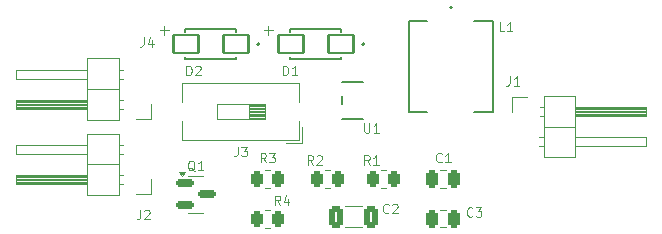
<source format=gbr>
%TF.GenerationSoftware,KiCad,Pcbnew,8.0.6*%
%TF.CreationDate,2024-11-26T14:09:56+01:00*%
%TF.ProjectId,Tiny Solar Supply,54696e79-2053-46f6-9c61-722053757070,rev?*%
%TF.SameCoordinates,Original*%
%TF.FileFunction,Legend,Top*%
%TF.FilePolarity,Positive*%
%FSLAX46Y46*%
G04 Gerber Fmt 4.6, Leading zero omitted, Abs format (unit mm)*
G04 Created by KiCad (PCBNEW 8.0.6) date 2024-11-26 14:09:56*
%MOMM*%
%LPD*%
G01*
G04 APERTURE LIST*
G04 Aperture macros list*
%AMRoundRect*
0 Rectangle with rounded corners*
0 $1 Rounding radius*
0 $2 $3 $4 $5 $6 $7 $8 $9 X,Y pos of 4 corners*
0 Add a 4 corners polygon primitive as box body*
4,1,4,$2,$3,$4,$5,$6,$7,$8,$9,$2,$3,0*
0 Add four circle primitives for the rounded corners*
1,1,$1+$1,$2,$3*
1,1,$1+$1,$4,$5*
1,1,$1+$1,$6,$7*
1,1,$1+$1,$8,$9*
0 Add four rect primitives between the rounded corners*
20,1,$1+$1,$2,$3,$4,$5,0*
20,1,$1+$1,$4,$5,$6,$7,0*
20,1,$1+$1,$6,$7,$8,$9,0*
20,1,$1+$1,$8,$9,$2,$3,0*%
G04 Aperture macros list end*
%ADD10C,0.100000*%
%ADD11C,0.120000*%
%ADD12C,0.152400*%
%ADD13C,0.127000*%
%ADD14C,0.200000*%
%ADD15RoundRect,0.250000X-0.250000X-0.475000X0.250000X-0.475000X0.250000X0.475000X-0.250000X0.475000X0*%
%ADD16RoundRect,0.250000X-0.262500X-0.450000X0.262500X-0.450000X0.262500X0.450000X-0.262500X0.450000X0*%
%ADD17RoundRect,0.250000X0.262500X0.450000X-0.262500X0.450000X-0.262500X-0.450000X0.262500X-0.450000X0*%
%ADD18R,1.700000X1.700000*%
%ADD19O,1.700000X1.700000*%
%ADD20R,3.302000X2.667000*%
%ADD21RoundRect,0.102000X1.060000X0.750000X-1.060000X0.750000X-1.060000X-0.750000X1.060000X-0.750000X0*%
%ADD22RoundRect,0.150000X-0.587500X-0.150000X0.587500X-0.150000X0.587500X0.150000X-0.587500X0.150000X0*%
%ADD23R,1.181100X0.558800*%
%ADD24RoundRect,0.250000X0.250000X0.475000X-0.250000X0.475000X-0.250000X-0.475000X0.250000X-0.475000X0*%
%ADD25RoundRect,0.250000X0.325000X0.650000X-0.325000X0.650000X-0.325000X-0.650000X0.325000X-0.650000X0*%
%ADD26R,2.440000X1.120000*%
G04 APERTURE END LIST*
D10*
X59103884Y-94091466D02*
X59865789Y-94091466D01*
X59484836Y-94472419D02*
X59484836Y-93710514D01*
X50303884Y-94091466D02*
X51065789Y-94091466D01*
X50684836Y-94472419D02*
X50684836Y-93710514D01*
X76766667Y-109788704D02*
X76728571Y-109826800D01*
X76728571Y-109826800D02*
X76614286Y-109864895D01*
X76614286Y-109864895D02*
X76538095Y-109864895D01*
X76538095Y-109864895D02*
X76423809Y-109826800D01*
X76423809Y-109826800D02*
X76347619Y-109750609D01*
X76347619Y-109750609D02*
X76309524Y-109674419D01*
X76309524Y-109674419D02*
X76271428Y-109522038D01*
X76271428Y-109522038D02*
X76271428Y-109407752D01*
X76271428Y-109407752D02*
X76309524Y-109255371D01*
X76309524Y-109255371D02*
X76347619Y-109179180D01*
X76347619Y-109179180D02*
X76423809Y-109102990D01*
X76423809Y-109102990D02*
X76538095Y-109064895D01*
X76538095Y-109064895D02*
X76614286Y-109064895D01*
X76614286Y-109064895D02*
X76728571Y-109102990D01*
X76728571Y-109102990D02*
X76766667Y-109141085D01*
X77033333Y-109064895D02*
X77528571Y-109064895D01*
X77528571Y-109064895D02*
X77261905Y-109369657D01*
X77261905Y-109369657D02*
X77376190Y-109369657D01*
X77376190Y-109369657D02*
X77452381Y-109407752D01*
X77452381Y-109407752D02*
X77490476Y-109445847D01*
X77490476Y-109445847D02*
X77528571Y-109522038D01*
X77528571Y-109522038D02*
X77528571Y-109712514D01*
X77528571Y-109712514D02*
X77490476Y-109788704D01*
X77490476Y-109788704D02*
X77452381Y-109826800D01*
X77452381Y-109826800D02*
X77376190Y-109864895D01*
X77376190Y-109864895D02*
X77147619Y-109864895D01*
X77147619Y-109864895D02*
X77071428Y-109826800D01*
X77071428Y-109826800D02*
X77033333Y-109788704D01*
X63266667Y-105464895D02*
X63000000Y-105083942D01*
X62809524Y-105464895D02*
X62809524Y-104664895D01*
X62809524Y-104664895D02*
X63114286Y-104664895D01*
X63114286Y-104664895D02*
X63190476Y-104702990D01*
X63190476Y-104702990D02*
X63228571Y-104741085D01*
X63228571Y-104741085D02*
X63266667Y-104817276D01*
X63266667Y-104817276D02*
X63266667Y-104931561D01*
X63266667Y-104931561D02*
X63228571Y-105007752D01*
X63228571Y-105007752D02*
X63190476Y-105045847D01*
X63190476Y-105045847D02*
X63114286Y-105083942D01*
X63114286Y-105083942D02*
X62809524Y-105083942D01*
X63571428Y-104741085D02*
X63609524Y-104702990D01*
X63609524Y-104702990D02*
X63685714Y-104664895D01*
X63685714Y-104664895D02*
X63876190Y-104664895D01*
X63876190Y-104664895D02*
X63952381Y-104702990D01*
X63952381Y-104702990D02*
X63990476Y-104741085D01*
X63990476Y-104741085D02*
X64028571Y-104817276D01*
X64028571Y-104817276D02*
X64028571Y-104893466D01*
X64028571Y-104893466D02*
X63990476Y-105007752D01*
X63990476Y-105007752D02*
X63533333Y-105464895D01*
X63533333Y-105464895D02*
X64028571Y-105464895D01*
X59279167Y-105264895D02*
X59012500Y-104883942D01*
X58822024Y-105264895D02*
X58822024Y-104464895D01*
X58822024Y-104464895D02*
X59126786Y-104464895D01*
X59126786Y-104464895D02*
X59202976Y-104502990D01*
X59202976Y-104502990D02*
X59241071Y-104541085D01*
X59241071Y-104541085D02*
X59279167Y-104617276D01*
X59279167Y-104617276D02*
X59279167Y-104731561D01*
X59279167Y-104731561D02*
X59241071Y-104807752D01*
X59241071Y-104807752D02*
X59202976Y-104845847D01*
X59202976Y-104845847D02*
X59126786Y-104883942D01*
X59126786Y-104883942D02*
X58822024Y-104883942D01*
X59545833Y-104464895D02*
X60041071Y-104464895D01*
X60041071Y-104464895D02*
X59774405Y-104769657D01*
X59774405Y-104769657D02*
X59888690Y-104769657D01*
X59888690Y-104769657D02*
X59964881Y-104807752D01*
X59964881Y-104807752D02*
X60002976Y-104845847D01*
X60002976Y-104845847D02*
X60041071Y-104922038D01*
X60041071Y-104922038D02*
X60041071Y-105112514D01*
X60041071Y-105112514D02*
X60002976Y-105188704D01*
X60002976Y-105188704D02*
X59964881Y-105226800D01*
X59964881Y-105226800D02*
X59888690Y-105264895D01*
X59888690Y-105264895D02*
X59660119Y-105264895D01*
X59660119Y-105264895D02*
X59583928Y-105226800D01*
X59583928Y-105226800D02*
X59545833Y-105188704D01*
X48933333Y-94664895D02*
X48933333Y-95236323D01*
X48933333Y-95236323D02*
X48895238Y-95350609D01*
X48895238Y-95350609D02*
X48819047Y-95426800D01*
X48819047Y-95426800D02*
X48704762Y-95464895D01*
X48704762Y-95464895D02*
X48628571Y-95464895D01*
X49657143Y-94931561D02*
X49657143Y-95464895D01*
X49466667Y-94626800D02*
X49276190Y-95198228D01*
X49276190Y-95198228D02*
X49771429Y-95198228D01*
X79466666Y-94164895D02*
X79085714Y-94164895D01*
X79085714Y-94164895D02*
X79085714Y-93364895D01*
X80152380Y-94164895D02*
X79695237Y-94164895D01*
X79923809Y-94164895D02*
X79923809Y-93364895D01*
X79923809Y-93364895D02*
X79847618Y-93479180D01*
X79847618Y-93479180D02*
X79771428Y-93555371D01*
X79771428Y-93555371D02*
X79695237Y-93593466D01*
X52544524Y-97869895D02*
X52544524Y-97069895D01*
X52544524Y-97069895D02*
X52735000Y-97069895D01*
X52735000Y-97069895D02*
X52849286Y-97107990D01*
X52849286Y-97107990D02*
X52925476Y-97184180D01*
X52925476Y-97184180D02*
X52963571Y-97260371D01*
X52963571Y-97260371D02*
X53001667Y-97412752D01*
X53001667Y-97412752D02*
X53001667Y-97527038D01*
X53001667Y-97527038D02*
X52963571Y-97679419D01*
X52963571Y-97679419D02*
X52925476Y-97755609D01*
X52925476Y-97755609D02*
X52849286Y-97831800D01*
X52849286Y-97831800D02*
X52735000Y-97869895D01*
X52735000Y-97869895D02*
X52544524Y-97869895D01*
X53306428Y-97146085D02*
X53344524Y-97107990D01*
X53344524Y-97107990D02*
X53420714Y-97069895D01*
X53420714Y-97069895D02*
X53611190Y-97069895D01*
X53611190Y-97069895D02*
X53687381Y-97107990D01*
X53687381Y-97107990D02*
X53725476Y-97146085D01*
X53725476Y-97146085D02*
X53763571Y-97222276D01*
X53763571Y-97222276D02*
X53763571Y-97298466D01*
X53763571Y-97298466D02*
X53725476Y-97412752D01*
X53725476Y-97412752D02*
X53268333Y-97869895D01*
X53268333Y-97869895D02*
X53763571Y-97869895D01*
X79933333Y-97964895D02*
X79933333Y-98536323D01*
X79933333Y-98536323D02*
X79895238Y-98650609D01*
X79895238Y-98650609D02*
X79819047Y-98726800D01*
X79819047Y-98726800D02*
X79704762Y-98764895D01*
X79704762Y-98764895D02*
X79628571Y-98764895D01*
X80733333Y-98764895D02*
X80276190Y-98764895D01*
X80504762Y-98764895D02*
X80504762Y-97964895D01*
X80504762Y-97964895D02*
X80428571Y-98079180D01*
X80428571Y-98079180D02*
X80352381Y-98155371D01*
X80352381Y-98155371D02*
X80276190Y-98193466D01*
X68066667Y-105464895D02*
X67800000Y-105083942D01*
X67609524Y-105464895D02*
X67609524Y-104664895D01*
X67609524Y-104664895D02*
X67914286Y-104664895D01*
X67914286Y-104664895D02*
X67990476Y-104702990D01*
X67990476Y-104702990D02*
X68028571Y-104741085D01*
X68028571Y-104741085D02*
X68066667Y-104817276D01*
X68066667Y-104817276D02*
X68066667Y-104931561D01*
X68066667Y-104931561D02*
X68028571Y-105007752D01*
X68028571Y-105007752D02*
X67990476Y-105045847D01*
X67990476Y-105045847D02*
X67914286Y-105083942D01*
X67914286Y-105083942D02*
X67609524Y-105083942D01*
X68828571Y-105464895D02*
X68371428Y-105464895D01*
X68600000Y-105464895D02*
X68600000Y-104664895D01*
X68600000Y-104664895D02*
X68523809Y-104779180D01*
X68523809Y-104779180D02*
X68447619Y-104855371D01*
X68447619Y-104855371D02*
X68371428Y-104893466D01*
X60466667Y-108864895D02*
X60200000Y-108483942D01*
X60009524Y-108864895D02*
X60009524Y-108064895D01*
X60009524Y-108064895D02*
X60314286Y-108064895D01*
X60314286Y-108064895D02*
X60390476Y-108102990D01*
X60390476Y-108102990D02*
X60428571Y-108141085D01*
X60428571Y-108141085D02*
X60466667Y-108217276D01*
X60466667Y-108217276D02*
X60466667Y-108331561D01*
X60466667Y-108331561D02*
X60428571Y-108407752D01*
X60428571Y-108407752D02*
X60390476Y-108445847D01*
X60390476Y-108445847D02*
X60314286Y-108483942D01*
X60314286Y-108483942D02*
X60009524Y-108483942D01*
X61152381Y-108331561D02*
X61152381Y-108864895D01*
X60961905Y-108026800D02*
X60771428Y-108598228D01*
X60771428Y-108598228D02*
X61266667Y-108598228D01*
X53263809Y-105991085D02*
X53187619Y-105952990D01*
X53187619Y-105952990D02*
X53111428Y-105876800D01*
X53111428Y-105876800D02*
X52997142Y-105762514D01*
X52997142Y-105762514D02*
X52920952Y-105724419D01*
X52920952Y-105724419D02*
X52844761Y-105724419D01*
X52882857Y-105914895D02*
X52806666Y-105876800D01*
X52806666Y-105876800D02*
X52730476Y-105800609D01*
X52730476Y-105800609D02*
X52692380Y-105648228D01*
X52692380Y-105648228D02*
X52692380Y-105381561D01*
X52692380Y-105381561D02*
X52730476Y-105229180D01*
X52730476Y-105229180D02*
X52806666Y-105152990D01*
X52806666Y-105152990D02*
X52882857Y-105114895D01*
X52882857Y-105114895D02*
X53035238Y-105114895D01*
X53035238Y-105114895D02*
X53111428Y-105152990D01*
X53111428Y-105152990D02*
X53187619Y-105229180D01*
X53187619Y-105229180D02*
X53225714Y-105381561D01*
X53225714Y-105381561D02*
X53225714Y-105648228D01*
X53225714Y-105648228D02*
X53187619Y-105800609D01*
X53187619Y-105800609D02*
X53111428Y-105876800D01*
X53111428Y-105876800D02*
X53035238Y-105914895D01*
X53035238Y-105914895D02*
X52882857Y-105914895D01*
X53987618Y-105914895D02*
X53530475Y-105914895D01*
X53759047Y-105914895D02*
X53759047Y-105114895D01*
X53759047Y-105114895D02*
X53682856Y-105229180D01*
X53682856Y-105229180D02*
X53606666Y-105305371D01*
X53606666Y-105305371D02*
X53530475Y-105343466D01*
X67590476Y-101964895D02*
X67590476Y-102612514D01*
X67590476Y-102612514D02*
X67628571Y-102688704D01*
X67628571Y-102688704D02*
X67666666Y-102726800D01*
X67666666Y-102726800D02*
X67742857Y-102764895D01*
X67742857Y-102764895D02*
X67895238Y-102764895D01*
X67895238Y-102764895D02*
X67971428Y-102726800D01*
X67971428Y-102726800D02*
X68009523Y-102688704D01*
X68009523Y-102688704D02*
X68047619Y-102612514D01*
X68047619Y-102612514D02*
X68047619Y-101964895D01*
X68847618Y-102764895D02*
X68390475Y-102764895D01*
X68619047Y-102764895D02*
X68619047Y-101964895D01*
X68619047Y-101964895D02*
X68542856Y-102079180D01*
X68542856Y-102079180D02*
X68466666Y-102155371D01*
X68466666Y-102155371D02*
X68390475Y-102193466D01*
X60709524Y-97869895D02*
X60709524Y-97069895D01*
X60709524Y-97069895D02*
X60900000Y-97069895D01*
X60900000Y-97069895D02*
X61014286Y-97107990D01*
X61014286Y-97107990D02*
X61090476Y-97184180D01*
X61090476Y-97184180D02*
X61128571Y-97260371D01*
X61128571Y-97260371D02*
X61166667Y-97412752D01*
X61166667Y-97412752D02*
X61166667Y-97527038D01*
X61166667Y-97527038D02*
X61128571Y-97679419D01*
X61128571Y-97679419D02*
X61090476Y-97755609D01*
X61090476Y-97755609D02*
X61014286Y-97831800D01*
X61014286Y-97831800D02*
X60900000Y-97869895D01*
X60900000Y-97869895D02*
X60709524Y-97869895D01*
X61928571Y-97869895D02*
X61471428Y-97869895D01*
X61700000Y-97869895D02*
X61700000Y-97069895D01*
X61700000Y-97069895D02*
X61623809Y-97184180D01*
X61623809Y-97184180D02*
X61547619Y-97260371D01*
X61547619Y-97260371D02*
X61471428Y-97298466D01*
X74166667Y-105188704D02*
X74128571Y-105226800D01*
X74128571Y-105226800D02*
X74014286Y-105264895D01*
X74014286Y-105264895D02*
X73938095Y-105264895D01*
X73938095Y-105264895D02*
X73823809Y-105226800D01*
X73823809Y-105226800D02*
X73747619Y-105150609D01*
X73747619Y-105150609D02*
X73709524Y-105074419D01*
X73709524Y-105074419D02*
X73671428Y-104922038D01*
X73671428Y-104922038D02*
X73671428Y-104807752D01*
X73671428Y-104807752D02*
X73709524Y-104655371D01*
X73709524Y-104655371D02*
X73747619Y-104579180D01*
X73747619Y-104579180D02*
X73823809Y-104502990D01*
X73823809Y-104502990D02*
X73938095Y-104464895D01*
X73938095Y-104464895D02*
X74014286Y-104464895D01*
X74014286Y-104464895D02*
X74128571Y-104502990D01*
X74128571Y-104502990D02*
X74166667Y-104541085D01*
X74928571Y-105264895D02*
X74471428Y-105264895D01*
X74700000Y-105264895D02*
X74700000Y-104464895D01*
X74700000Y-104464895D02*
X74623809Y-104579180D01*
X74623809Y-104579180D02*
X74547619Y-104655371D01*
X74547619Y-104655371D02*
X74471428Y-104693466D01*
X48633333Y-109264895D02*
X48633333Y-109836323D01*
X48633333Y-109836323D02*
X48595238Y-109950609D01*
X48595238Y-109950609D02*
X48519047Y-110026800D01*
X48519047Y-110026800D02*
X48404762Y-110064895D01*
X48404762Y-110064895D02*
X48328571Y-110064895D01*
X48976190Y-109341085D02*
X49014286Y-109302990D01*
X49014286Y-109302990D02*
X49090476Y-109264895D01*
X49090476Y-109264895D02*
X49280952Y-109264895D01*
X49280952Y-109264895D02*
X49357143Y-109302990D01*
X49357143Y-109302990D02*
X49395238Y-109341085D01*
X49395238Y-109341085D02*
X49433333Y-109417276D01*
X49433333Y-109417276D02*
X49433333Y-109493466D01*
X49433333Y-109493466D02*
X49395238Y-109607752D01*
X49395238Y-109607752D02*
X48938095Y-110064895D01*
X48938095Y-110064895D02*
X49433333Y-110064895D01*
X69666667Y-109488704D02*
X69628571Y-109526800D01*
X69628571Y-109526800D02*
X69514286Y-109564895D01*
X69514286Y-109564895D02*
X69438095Y-109564895D01*
X69438095Y-109564895D02*
X69323809Y-109526800D01*
X69323809Y-109526800D02*
X69247619Y-109450609D01*
X69247619Y-109450609D02*
X69209524Y-109374419D01*
X69209524Y-109374419D02*
X69171428Y-109222038D01*
X69171428Y-109222038D02*
X69171428Y-109107752D01*
X69171428Y-109107752D02*
X69209524Y-108955371D01*
X69209524Y-108955371D02*
X69247619Y-108879180D01*
X69247619Y-108879180D02*
X69323809Y-108802990D01*
X69323809Y-108802990D02*
X69438095Y-108764895D01*
X69438095Y-108764895D02*
X69514286Y-108764895D01*
X69514286Y-108764895D02*
X69628571Y-108802990D01*
X69628571Y-108802990D02*
X69666667Y-108841085D01*
X69971428Y-108841085D02*
X70009524Y-108802990D01*
X70009524Y-108802990D02*
X70085714Y-108764895D01*
X70085714Y-108764895D02*
X70276190Y-108764895D01*
X70276190Y-108764895D02*
X70352381Y-108802990D01*
X70352381Y-108802990D02*
X70390476Y-108841085D01*
X70390476Y-108841085D02*
X70428571Y-108917276D01*
X70428571Y-108917276D02*
X70428571Y-108993466D01*
X70428571Y-108993466D02*
X70390476Y-109107752D01*
X70390476Y-109107752D02*
X69933333Y-109564895D01*
X69933333Y-109564895D02*
X70428571Y-109564895D01*
X56883333Y-103949895D02*
X56883333Y-104521323D01*
X56883333Y-104521323D02*
X56845238Y-104635609D01*
X56845238Y-104635609D02*
X56769047Y-104711800D01*
X56769047Y-104711800D02*
X56654762Y-104749895D01*
X56654762Y-104749895D02*
X56578571Y-104749895D01*
X57188095Y-103949895D02*
X57683333Y-103949895D01*
X57683333Y-103949895D02*
X57416667Y-104254657D01*
X57416667Y-104254657D02*
X57530952Y-104254657D01*
X57530952Y-104254657D02*
X57607143Y-104292752D01*
X57607143Y-104292752D02*
X57645238Y-104330847D01*
X57645238Y-104330847D02*
X57683333Y-104407038D01*
X57683333Y-104407038D02*
X57683333Y-104597514D01*
X57683333Y-104597514D02*
X57645238Y-104673704D01*
X57645238Y-104673704D02*
X57607143Y-104711800D01*
X57607143Y-104711800D02*
X57530952Y-104749895D01*
X57530952Y-104749895D02*
X57302381Y-104749895D01*
X57302381Y-104749895D02*
X57226190Y-104711800D01*
X57226190Y-104711800D02*
X57188095Y-104673704D01*
D11*
%TO.C,C3*%
X74033748Y-109290000D02*
X74556252Y-109290000D01*
X74033748Y-110760000D02*
X74556252Y-110760000D01*
%TO.C,R2*%
X64265436Y-105945000D02*
X64719564Y-105945000D01*
X64265436Y-107415000D02*
X64719564Y-107415000D01*
%TO.C,R3*%
X59639564Y-105945000D02*
X59185436Y-105945000D01*
X59639564Y-107415000D02*
X59185436Y-107415000D01*
%TO.C,J4*%
X38160000Y-97410000D02*
X44160000Y-97410000D01*
X38160000Y-98170000D02*
X38160000Y-97410000D01*
X38160000Y-99950000D02*
X44160000Y-99950000D01*
X38160000Y-100710000D02*
X38160000Y-99950000D01*
X44160000Y-96460000D02*
X44160000Y-101660000D01*
X44160000Y-98170000D02*
X38160000Y-98170000D01*
X44160000Y-100050000D02*
X38160000Y-100050000D01*
X44160000Y-100170000D02*
X38160000Y-100170000D01*
X44160000Y-100290000D02*
X38160000Y-100290000D01*
X44160000Y-100410000D02*
X38160000Y-100410000D01*
X44160000Y-100530000D02*
X38160000Y-100530000D01*
X44160000Y-100650000D02*
X38160000Y-100650000D01*
X44160000Y-100710000D02*
X38160000Y-100710000D01*
X44160000Y-101660000D02*
X46820000Y-101660000D01*
X46820000Y-96460000D02*
X44160000Y-96460000D01*
X46820000Y-99060000D02*
X44160000Y-99060000D01*
X46820000Y-101660000D02*
X46820000Y-96460000D01*
X47150000Y-99950000D02*
X46820000Y-99950000D01*
X47150000Y-100710000D02*
X46820000Y-100710000D01*
X47217071Y-97410000D02*
X46820000Y-97410000D01*
X47217071Y-98170000D02*
X46820000Y-98170000D01*
X49530000Y-100330000D02*
X49530000Y-101600000D01*
X49530000Y-101600000D02*
X48260000Y-101600000D01*
D12*
%TO.C,L1*%
X71374000Y-93281500D02*
X71374000Y-101028500D01*
X71374000Y-101028500D02*
X72946260Y-101028500D01*
X72946260Y-93281500D02*
X71374000Y-93281500D01*
X76913740Y-101028500D02*
X78486000Y-101028500D01*
X78486000Y-93281500D02*
X76913740Y-93281500D01*
X78486000Y-101028500D02*
X78486000Y-93281500D01*
X75006200Y-92138500D02*
G75*
G02*
X74853800Y-92138500I-76200J0D01*
G01*
X74853800Y-92138500D02*
G75*
G02*
X75006200Y-92138500I76200J0D01*
G01*
D13*
%TO.C,D2*%
X52445000Y-93970000D02*
X52445000Y-94180000D01*
X52445000Y-96320000D02*
X52445000Y-96530000D01*
X52445000Y-96530000D02*
X56775000Y-96530000D01*
X56775000Y-93970000D02*
X52445000Y-93970000D01*
X56775000Y-93970000D02*
X56775000Y-94180000D01*
X56775000Y-96530000D02*
X56775000Y-96320000D01*
D14*
X58710000Y-95250000D02*
G75*
G02*
X58510000Y-95250000I-100000J0D01*
G01*
X58510000Y-95250000D02*
G75*
G02*
X58710000Y-95250000I100000J0D01*
G01*
D11*
%TO.C,J1*%
X80080000Y-99690000D02*
X81350000Y-99690000D01*
X80080000Y-100960000D02*
X80080000Y-99690000D01*
X82392929Y-103120000D02*
X82790000Y-103120000D01*
X82392929Y-103880000D02*
X82790000Y-103880000D01*
X82460000Y-100580000D02*
X82790000Y-100580000D01*
X82460000Y-101340000D02*
X82790000Y-101340000D01*
X82790000Y-99630000D02*
X82790000Y-104830000D01*
X82790000Y-102230000D02*
X85450000Y-102230000D01*
X82790000Y-104830000D02*
X85450000Y-104830000D01*
X85450000Y-99630000D02*
X82790000Y-99630000D01*
X85450000Y-100580000D02*
X91450000Y-100580000D01*
X85450000Y-100640000D02*
X91450000Y-100640000D01*
X85450000Y-100760000D02*
X91450000Y-100760000D01*
X85450000Y-100880000D02*
X91450000Y-100880000D01*
X85450000Y-101000000D02*
X91450000Y-101000000D01*
X85450000Y-101120000D02*
X91450000Y-101120000D01*
X85450000Y-101240000D02*
X91450000Y-101240000D01*
X85450000Y-103120000D02*
X91450000Y-103120000D01*
X85450000Y-104830000D02*
X85450000Y-99630000D01*
X91450000Y-100580000D02*
X91450000Y-101340000D01*
X91450000Y-101340000D02*
X85450000Y-101340000D01*
X91450000Y-103120000D02*
X91450000Y-103880000D01*
X91450000Y-103880000D02*
X85450000Y-103880000D01*
%TO.C,R1*%
X68987936Y-105945000D02*
X69442064Y-105945000D01*
X68987936Y-107415000D02*
X69442064Y-107415000D01*
%TO.C,R4*%
X59185436Y-109320000D02*
X59639564Y-109320000D01*
X59185436Y-110790000D02*
X59639564Y-110790000D01*
%TO.C,Q1*%
X53340000Y-106390000D02*
X52690000Y-106390000D01*
X53340000Y-106390000D02*
X53990000Y-106390000D01*
X53340000Y-109510000D02*
X52690000Y-109510000D01*
X53340000Y-109510000D02*
X53990000Y-109510000D01*
X52177500Y-106440000D02*
X51937500Y-106110000D01*
X52417500Y-106110000D01*
X52177500Y-106440000D01*
G36*
X52177500Y-106440000D02*
G01*
X51937500Y-106110000D01*
X52417500Y-106110000D01*
X52177500Y-106440000D01*
G37*
D12*
%TO.C,U1*%
X65678050Y-99672140D02*
X65678050Y-100347862D01*
X65678050Y-101584801D02*
X67481450Y-101584801D01*
X67481450Y-98435201D02*
X65678050Y-98435201D01*
D13*
%TO.C,D1*%
X61335000Y-93970000D02*
X61335000Y-94180000D01*
X61335000Y-96320000D02*
X61335000Y-96530000D01*
X61335000Y-96530000D02*
X65665000Y-96530000D01*
X65665000Y-93970000D02*
X61335000Y-93970000D01*
X65665000Y-93970000D02*
X65665000Y-94180000D01*
X65665000Y-96530000D02*
X65665000Y-96320000D01*
D14*
X67600000Y-95250000D02*
G75*
G02*
X67400000Y-95250000I-100000J0D01*
G01*
X67400000Y-95250000D02*
G75*
G02*
X67600000Y-95250000I100000J0D01*
G01*
D11*
%TO.C,C1*%
X74556252Y-105945000D02*
X74033748Y-105945000D01*
X74556252Y-107415000D02*
X74033748Y-107415000D01*
%TO.C,J2*%
X38160000Y-103765000D02*
X44160000Y-103765000D01*
X38160000Y-104525000D02*
X38160000Y-103765000D01*
X38160000Y-106305000D02*
X44160000Y-106305000D01*
X38160000Y-107065000D02*
X38160000Y-106305000D01*
X44160000Y-102815000D02*
X44160000Y-108015000D01*
X44160000Y-104525000D02*
X38160000Y-104525000D01*
X44160000Y-106405000D02*
X38160000Y-106405000D01*
X44160000Y-106525000D02*
X38160000Y-106525000D01*
X44160000Y-106645000D02*
X38160000Y-106645000D01*
X44160000Y-106765000D02*
X38160000Y-106765000D01*
X44160000Y-106885000D02*
X38160000Y-106885000D01*
X44160000Y-107005000D02*
X38160000Y-107005000D01*
X44160000Y-107065000D02*
X38160000Y-107065000D01*
X44160000Y-108015000D02*
X46820000Y-108015000D01*
X46820000Y-102815000D02*
X44160000Y-102815000D01*
X46820000Y-105415000D02*
X44160000Y-105415000D01*
X46820000Y-108015000D02*
X46820000Y-102815000D01*
X47150000Y-106305000D02*
X46820000Y-106305000D01*
X47150000Y-107065000D02*
X46820000Y-107065000D01*
X47217071Y-103765000D02*
X46820000Y-103765000D01*
X47217071Y-104525000D02*
X46820000Y-104525000D01*
X49530000Y-106685000D02*
X49530000Y-107955000D01*
X49530000Y-107955000D02*
X48260000Y-107955000D01*
%TO.C,C2*%
X67386252Y-108945000D02*
X65963748Y-108945000D01*
X67386252Y-110765000D02*
X65963748Y-110765000D01*
%TO.C,J3*%
X52200000Y-100165000D02*
X52200000Y-98545000D01*
X52200000Y-103385000D02*
X52200000Y-101765000D01*
X55120000Y-100330000D02*
X55120000Y-101600000D01*
X55120000Y-101600000D02*
X59180000Y-101600000D01*
X57826667Y-101600000D02*
X57826667Y-100330000D01*
X59180000Y-100330000D02*
X55120000Y-100330000D01*
X59180000Y-100400000D02*
X57826667Y-100400000D01*
X59180000Y-100520000D02*
X57826667Y-100520000D01*
X59180000Y-100640000D02*
X57826667Y-100640000D01*
X59180000Y-100760000D02*
X57826667Y-100760000D01*
X59180000Y-100880000D02*
X57826667Y-100880000D01*
X59180000Y-101000000D02*
X57826667Y-101000000D01*
X59180000Y-101120000D02*
X57826667Y-101120000D01*
X59180000Y-101240000D02*
X57826667Y-101240000D01*
X59180000Y-101360000D02*
X57826667Y-101360000D01*
X59180000Y-101480000D02*
X57826667Y-101480000D01*
X59180000Y-101600000D02*
X59180000Y-100330000D01*
X62100000Y-98545000D02*
X52200000Y-98545000D01*
X62100000Y-100165000D02*
X62100000Y-98545000D01*
X62100000Y-103385000D02*
X52200000Y-103385000D01*
X62100000Y-103385000D02*
X62100000Y-101765000D01*
X62340000Y-103625000D02*
X60956000Y-103625000D01*
X62340000Y-103625000D02*
X62340000Y-102242000D01*
%TD*%
%LPC*%
D15*
%TO.C,C3*%
X73345000Y-110025000D03*
X75245000Y-110025000D03*
%TD*%
D16*
%TO.C,R2*%
X63580000Y-106680000D03*
X65405000Y-106680000D03*
%TD*%
D17*
%TO.C,R3*%
X60325000Y-106680000D03*
X58500000Y-106680000D03*
%TD*%
D18*
%TO.C,J4*%
X48260000Y-100330000D03*
D19*
X48260000Y-97790000D03*
%TD*%
D20*
%TO.C,L1*%
X74930000Y-94589600D03*
X74930000Y-99720400D03*
%TD*%
D21*
%TO.C,D2*%
X52495000Y-95250000D03*
X56725000Y-95250000D03*
%TD*%
D18*
%TO.C,J1*%
X81350000Y-100960000D03*
D19*
X81350000Y-103500000D03*
%TD*%
D16*
%TO.C,R1*%
X68302500Y-106680000D03*
X70127500Y-106680000D03*
%TD*%
%TO.C,R4*%
X58500000Y-110055000D03*
X60325000Y-110055000D03*
%TD*%
D22*
%TO.C,Q1*%
X52402500Y-107000000D03*
X52402500Y-108900000D03*
X54277500Y-107950000D03*
%TD*%
D23*
%TO.C,U1*%
X67945000Y-100960002D03*
X67945000Y-100010001D03*
X67945000Y-99060000D03*
X65214500Y-99060000D03*
X65214500Y-100960002D03*
%TD*%
D21*
%TO.C,D1*%
X61385000Y-95250000D03*
X65615000Y-95250000D03*
%TD*%
D24*
%TO.C,C1*%
X75245000Y-106680000D03*
X73345000Y-106680000D03*
%TD*%
D18*
%TO.C,J2*%
X48260000Y-106685000D03*
D19*
X48260000Y-104145000D03*
%TD*%
D25*
%TO.C,C2*%
X68150000Y-109855000D03*
X65200000Y-109855000D03*
%TD*%
D26*
%TO.C,J3*%
X61455000Y-100965000D03*
X52845000Y-100965000D03*
%TD*%
%LPD*%
M02*

</source>
